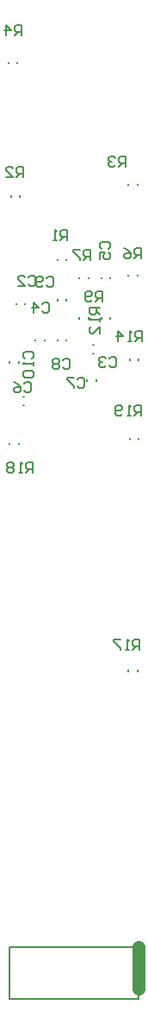
<source format=gbo>
G04 Layer_Color=32896*
%FSLAX25Y25*%
%MOIN*%
G70*
G01*
G75*
%ADD21C,0.00800*%
%ADD22C,0.05000*%
%ADD34C,0.00787*%
D21*
X53500Y227500D02*
Y231499D01*
X51501D01*
X50834Y230832D01*
Y229499D01*
X51501Y228833D01*
X53500D01*
X52167D02*
X50834Y227500D01*
X49501D02*
X48168D01*
X48835D01*
Y231499D01*
X49501Y230832D01*
X46169Y228166D02*
X45503Y227500D01*
X44170D01*
X43503Y228166D01*
Y230832D01*
X44170Y231499D01*
X45503D01*
X46169Y230832D01*
Y230166D01*
X45503Y229499D01*
X43503D01*
X8668Y249334D02*
X8001Y250001D01*
Y251334D01*
X8668Y252000D01*
X11333D01*
X12000Y251334D01*
Y250001D01*
X11333Y249334D01*
X12000Y248001D02*
Y246668D01*
Y247335D01*
X8001D01*
X8668Y248001D01*
Y244669D02*
X8001Y244003D01*
Y242670D01*
X8668Y242003D01*
X11333D01*
X12000Y242670D01*
Y244003D01*
X11333Y244669D01*
X8668D01*
X9834Y280832D02*
X10501Y281499D01*
X11834D01*
X12500Y280832D01*
Y278166D01*
X11834Y277500D01*
X10501D01*
X9834Y278166D01*
X5835Y277500D02*
X8501D01*
X5835Y280166D01*
Y280832D01*
X6502Y281499D01*
X7835D01*
X8501Y280832D01*
X41334Y249332D02*
X42001Y249999D01*
X43334D01*
X44000Y249332D01*
Y246666D01*
X43334Y246000D01*
X42001D01*
X41334Y246666D01*
X40001Y249332D02*
X39335Y249999D01*
X38002D01*
X37336Y249332D01*
Y248666D01*
X38002Y247999D01*
X38668D01*
X38002D01*
X37336Y247333D01*
Y246666D01*
X38002Y246000D01*
X39335D01*
X40001Y246666D01*
X15234Y270432D02*
X15901Y271099D01*
X17233D01*
X17900Y270432D01*
Y267766D01*
X17233Y267100D01*
X15901D01*
X15234Y267766D01*
X11902Y267100D02*
Y271099D01*
X13901Y269099D01*
X11236D01*
X38168Y291834D02*
X37501Y292501D01*
Y293834D01*
X38168Y294500D01*
X40834D01*
X41500Y293834D01*
Y292501D01*
X40834Y291834D01*
X37501Y287836D02*
Y290501D01*
X39501D01*
X38834Y289168D01*
Y288502D01*
X39501Y287836D01*
X40834D01*
X41500Y288502D01*
Y289835D01*
X40834Y290501D01*
X8334Y239832D02*
X9001Y240499D01*
X10334D01*
X11000Y239832D01*
Y237166D01*
X10334Y236500D01*
X9001D01*
X8334Y237166D01*
X4335Y240499D02*
X5668Y239832D01*
X7001Y238499D01*
Y237166D01*
X6335Y236500D01*
X5002D01*
X4335Y237166D01*
Y237833D01*
X5002Y238499D01*
X7001D01*
X28834Y241332D02*
X29501Y241999D01*
X30834D01*
X31500Y241332D01*
Y238666D01*
X30834Y238000D01*
X29501D01*
X28834Y238666D01*
X27501Y241999D02*
X24836D01*
Y241332D01*
X27501Y238666D01*
Y238000D01*
X23334Y248832D02*
X24001Y249499D01*
X25333D01*
X26000Y248832D01*
Y246166D01*
X25333Y245500D01*
X24001D01*
X23334Y246166D01*
X22001Y248832D02*
X21335Y249499D01*
X20002D01*
X19335Y248832D01*
Y248166D01*
X20002Y247499D01*
X19335Y246833D01*
Y246166D01*
X20002Y245500D01*
X21335D01*
X22001Y246166D01*
Y246833D01*
X21335Y247499D01*
X22001Y248166D01*
Y248832D01*
X21335Y247499D02*
X20002D01*
X16834Y280332D02*
X17501Y280999D01*
X18834D01*
X19500Y280332D01*
Y277666D01*
X18834Y277000D01*
X17501D01*
X16834Y277666D01*
X15501D02*
X14835Y277000D01*
X13502D01*
X12835Y277666D01*
Y280332D01*
X13502Y280999D01*
X14835D01*
X15501Y280332D01*
Y279666D01*
X14835Y278999D01*
X12835D01*
X25000Y295000D02*
Y298999D01*
X23001D01*
X22334Y298332D01*
Y296999D01*
X23001Y296333D01*
X25000D01*
X23667D02*
X22334Y295000D01*
X21001D02*
X19668D01*
X20335D01*
Y298999D01*
X21001Y298332D01*
X8000Y319500D02*
Y323499D01*
X6001D01*
X5334Y322832D01*
Y321499D01*
X6001Y320833D01*
X8000D01*
X6667D02*
X5334Y319500D01*
X1335D02*
X4001D01*
X1335Y322166D01*
Y322832D01*
X2002Y323499D01*
X3335D01*
X4001Y322832D01*
X47500Y323500D02*
Y327499D01*
X45501D01*
X44834Y326832D01*
Y325499D01*
X45501Y324833D01*
X47500D01*
X46167D02*
X44834Y323500D01*
X43501Y326832D02*
X42835Y327499D01*
X41502D01*
X40835Y326832D01*
Y326166D01*
X41502Y325499D01*
X42168D01*
X41502D01*
X40835Y324833D01*
Y324166D01*
X41502Y323500D01*
X42835D01*
X43501Y324166D01*
X7400Y374100D02*
Y378099D01*
X5401D01*
X4734Y377432D01*
Y376099D01*
X5401Y375433D01*
X7400D01*
X6067D02*
X4734Y374100D01*
X1402D02*
Y378099D01*
X3401Y376099D01*
X735D01*
X53500Y288000D02*
Y291999D01*
X51501D01*
X50834Y291332D01*
Y289999D01*
X51501Y289333D01*
X53500D01*
X52167D02*
X50834Y288000D01*
X46836Y291999D02*
X48168Y291332D01*
X49501Y289999D01*
Y288666D01*
X48835Y288000D01*
X47502D01*
X46836Y288666D01*
Y289333D01*
X47502Y289999D01*
X49501D01*
X34000Y287500D02*
Y291499D01*
X32001D01*
X31334Y290832D01*
Y289499D01*
X32001Y288833D01*
X34000D01*
X32667D02*
X31334Y287500D01*
X30001Y291499D02*
X27336D01*
Y290832D01*
X30001Y288166D01*
Y287500D01*
X38500Y271500D02*
Y275499D01*
X36501D01*
X35834Y274832D01*
Y273499D01*
X36501Y272833D01*
X38500D01*
X37167D02*
X35834Y271500D01*
X34501Y272166D02*
X33835Y271500D01*
X32502D01*
X31835Y272166D01*
Y274832D01*
X32502Y275499D01*
X33835D01*
X34501Y274832D01*
Y274166D01*
X33835Y273499D01*
X31835D01*
X37500Y269000D02*
X33501D01*
Y267001D01*
X34168Y266334D01*
X35501D01*
X36167Y267001D01*
Y269000D01*
Y267667D02*
X37500Y266334D01*
Y265001D02*
Y263668D01*
Y264335D01*
X33501D01*
X34168Y265001D01*
X37500Y259003D02*
Y261669D01*
X34834Y259003D01*
X34168D01*
X33501Y259670D01*
Y261003D01*
X34168Y261669D01*
X54000Y256000D02*
Y259999D01*
X52001D01*
X51334Y259332D01*
Y257999D01*
X52001Y257333D01*
X54000D01*
X52667D02*
X51334Y256000D01*
X50001D02*
X48668D01*
X49335D01*
Y259999D01*
X50001Y259332D01*
X44670Y256000D02*
Y259999D01*
X46669Y257999D01*
X44003D01*
X53000Y137000D02*
Y140999D01*
X51001D01*
X50334Y140332D01*
Y138999D01*
X51001Y138333D01*
X53000D01*
X51667D02*
X50334Y137000D01*
X49001D02*
X47668D01*
X48335D01*
Y140999D01*
X49001Y140332D01*
X45669Y140999D02*
X43003D01*
Y140332D01*
X45669Y137666D01*
Y137000D01*
X11500Y205500D02*
Y209499D01*
X9501D01*
X8834Y208832D01*
Y207499D01*
X9501Y206833D01*
X11500D01*
X10167D02*
X8834Y205500D01*
X7501D02*
X6168D01*
X6835D01*
Y209499D01*
X7501Y208832D01*
X4169D02*
X3503Y209499D01*
X2170D01*
X1503Y208832D01*
Y208166D01*
X2170Y207499D01*
X1503Y206833D01*
Y206166D01*
X2170Y205500D01*
X3503D01*
X4169Y206166D01*
Y206833D01*
X3503Y207499D01*
X4169Y208166D01*
Y208832D01*
X3503Y207499D02*
X2170D01*
D22*
X52500Y6500D02*
Y22500D01*
D34*
X49228Y218303D02*
Y218697D01*
X52772Y218303D02*
Y218697D01*
X2500Y22500D02*
X52500D01*
X2500Y2500D02*
X52500D01*
X2500D02*
Y22500D01*
X52500Y2500D02*
Y22500D01*
X2728Y247803D02*
Y248197D01*
X6272Y247803D02*
Y248197D01*
X8772Y270303D02*
Y270697D01*
X5228Y270303D02*
Y270697D01*
X34803Y251228D02*
X35197D01*
X34803Y254772D02*
X35197D01*
X16272Y256303D02*
Y256697D01*
X12728Y256303D02*
Y256697D01*
X41772Y280303D02*
Y280697D01*
X38228Y280303D02*
Y280697D01*
X7803Y231228D02*
X8197D01*
X7803Y234772D02*
X8197D01*
X32728Y240803D02*
Y241197D01*
X36272Y240803D02*
Y241197D01*
X21228Y256303D02*
Y256697D01*
X24772Y256303D02*
Y256697D01*
X21228Y271803D02*
Y272197D01*
X24772Y271803D02*
Y272197D01*
X21228Y287303D02*
Y287697D01*
X24772Y287303D02*
Y287697D01*
X6772Y311803D02*
Y312197D01*
X3228Y311803D02*
Y312197D01*
X52272Y316303D02*
Y316697D01*
X48728Y316303D02*
Y316697D01*
X5772Y363303D02*
Y363697D01*
X2228Y363303D02*
Y363697D01*
X48728Y281303D02*
Y281697D01*
X52272Y281303D02*
Y281697D01*
X29728Y280303D02*
Y280697D01*
X33272Y280303D02*
Y280697D01*
Y264803D02*
Y265197D01*
X29728Y264803D02*
Y265197D01*
X38228Y264803D02*
Y265197D01*
X41772Y264803D02*
Y265197D01*
X49228Y248803D02*
Y249197D01*
X52772Y248803D02*
Y249197D01*
X48728Y128803D02*
Y129197D01*
X52272Y128803D02*
Y129197D01*
X6272Y216303D02*
Y216697D01*
X2728Y216303D02*
Y216697D01*
M02*

</source>
